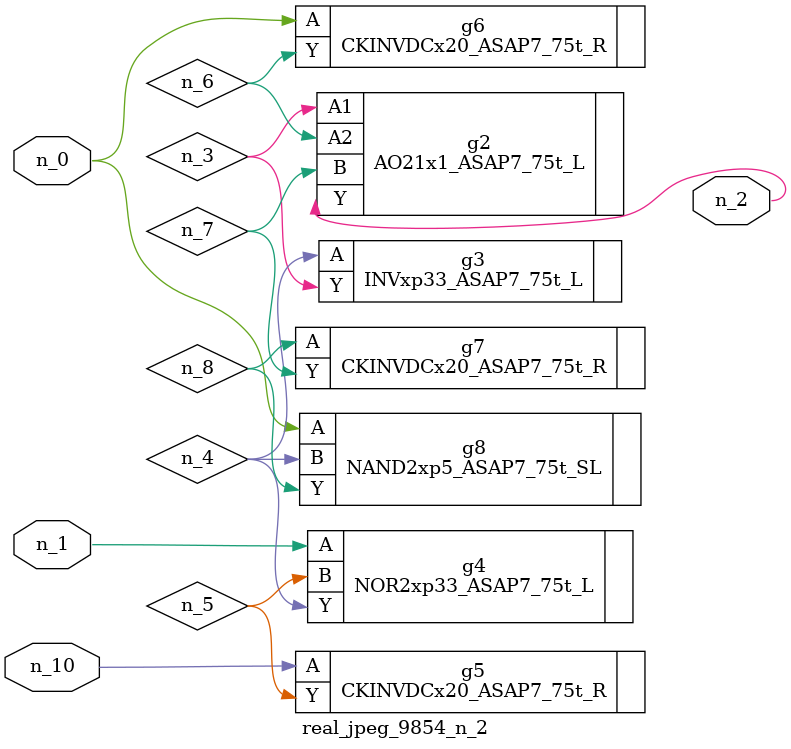
<source format=v>
module real_jpeg_9854_n_2 (n_1, n_10, n_0, n_2);

input n_1;
input n_10;
input n_0;

output n_2;

wire n_5;
wire n_4;
wire n_8;
wire n_6;
wire n_7;
wire n_3;

CKINVDCx20_ASAP7_75t_R g6 ( 
.A(n_0),
.Y(n_6)
);

NAND2xp5_ASAP7_75t_SL g8 ( 
.A(n_0),
.B(n_4),
.Y(n_8)
);

NOR2xp33_ASAP7_75t_L g4 ( 
.A(n_1),
.B(n_5),
.Y(n_4)
);

AO21x1_ASAP7_75t_L g2 ( 
.A1(n_3),
.A2(n_6),
.B(n_7),
.Y(n_2)
);

INVxp33_ASAP7_75t_L g3 ( 
.A(n_4),
.Y(n_3)
);

CKINVDCx20_ASAP7_75t_R g7 ( 
.A(n_8),
.Y(n_7)
);

CKINVDCx20_ASAP7_75t_R g5 ( 
.A(n_10),
.Y(n_5)
);


endmodule
</source>
